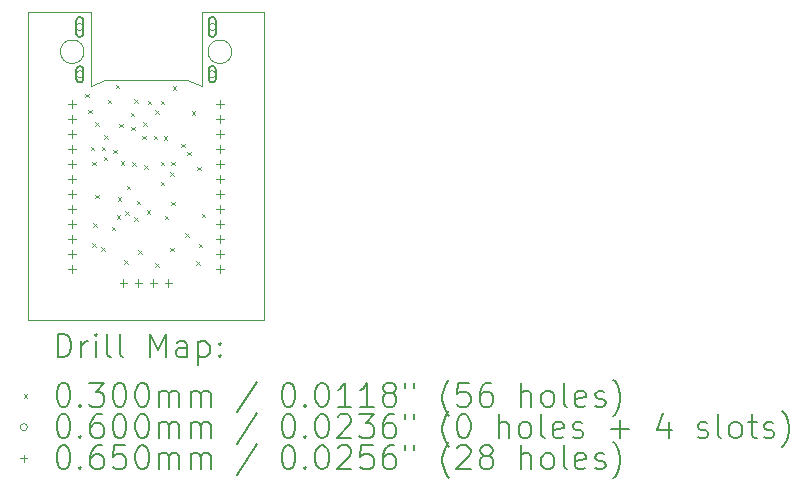
<source format=gbr>
%TF.GenerationSoftware,KiCad,Pcbnew,(6.0.8)*%
%TF.CreationDate,2022-10-31T23:03:38+01:00*%
%TF.ProjectId,epi,6570692e-6b69-4636-9164-5f7063625858,rev?*%
%TF.SameCoordinates,Original*%
%TF.FileFunction,Drillmap*%
%TF.FilePolarity,Positive*%
%FSLAX45Y45*%
G04 Gerber Fmt 4.5, Leading zero omitted, Abs format (unit mm)*
G04 Created by KiCad (PCBNEW (6.0.8)) date 2022-10-31 23:03:38*
%MOMM*%
%LPD*%
G01*
G04 APERTURE LIST*
%ADD10C,0.100000*%
%ADD11C,0.200000*%
%ADD12C,0.030000*%
%ADD13C,0.060000*%
%ADD14C,0.065000*%
G04 APERTURE END LIST*
D10*
X11000000Y-3640000D02*
X11000000Y-4080000D01*
X10625000Y-4080000D02*
G75*
G03*
X10625000Y-3880000I0J100000D01*
G01*
X9000000Y-3640000D02*
X9000000Y-4080000D01*
X9530000Y-4270000D02*
X9650000Y-4220000D01*
X9375000Y-3880000D02*
G75*
G03*
X9375000Y-4080000I0J-100000D01*
G01*
X9650000Y-4220000D02*
X10350000Y-4220000D01*
X10625000Y-3880000D02*
G75*
G03*
X10625000Y-4080000I0J-100000D01*
G01*
X9375000Y-4080000D02*
G75*
G03*
X9375000Y-3880000I0J100000D01*
G01*
X10470000Y-3640000D02*
X11000000Y-3640000D01*
X10470000Y-4270000D02*
X10470000Y-3640000D01*
X11000000Y-6250000D02*
X11000000Y-4080000D01*
X9000000Y-6250000D02*
X11000000Y-6250000D01*
X9000000Y-4080000D02*
X9000000Y-6250000D01*
X9000000Y-3640000D02*
X9530000Y-3640000D01*
X9530000Y-3640000D02*
X9530000Y-4270000D01*
X10350000Y-4220000D02*
X10470000Y-4270000D01*
D11*
D12*
X9485000Y-4335000D02*
X9515000Y-4365000D01*
X9515000Y-4335000D02*
X9485000Y-4365000D01*
X9510000Y-4470000D02*
X9540000Y-4500000D01*
X9540000Y-4470000D02*
X9510000Y-4500000D01*
X9530000Y-4785000D02*
X9560000Y-4815000D01*
X9560000Y-4785000D02*
X9530000Y-4815000D01*
X9545000Y-4910000D02*
X9575000Y-4940000D01*
X9575000Y-4910000D02*
X9545000Y-4940000D01*
X9545000Y-5600000D02*
X9575000Y-5630000D01*
X9575000Y-5600000D02*
X9545000Y-5630000D01*
X9555000Y-5430000D02*
X9585000Y-5460000D01*
X9585000Y-5430000D02*
X9555000Y-5460000D01*
X9570000Y-4575000D02*
X9600000Y-4605000D01*
X9600000Y-4575000D02*
X9570000Y-4605000D01*
X9570000Y-5190000D02*
X9600000Y-5220000D01*
X9600000Y-5190000D02*
X9570000Y-5220000D01*
X9620000Y-5635000D02*
X9650000Y-5665000D01*
X9650000Y-5635000D02*
X9620000Y-5665000D01*
X9625000Y-4785000D02*
X9655000Y-4815000D01*
X9655000Y-4785000D02*
X9625000Y-4815000D01*
X9640000Y-4870000D02*
X9670000Y-4900000D01*
X9670000Y-4870000D02*
X9640000Y-4900000D01*
X9645000Y-4685000D02*
X9675000Y-4715000D01*
X9675000Y-4685000D02*
X9645000Y-4715000D01*
X9675000Y-4385000D02*
X9705000Y-4415000D01*
X9705000Y-4385000D02*
X9675000Y-4415000D01*
X9710000Y-5460000D02*
X9740000Y-5490000D01*
X9740000Y-5460000D02*
X9710000Y-5490000D01*
X9720000Y-4810000D02*
X9750000Y-4840000D01*
X9750000Y-4810000D02*
X9720000Y-4840000D01*
X9745000Y-4260000D02*
X9775000Y-4290000D01*
X9775000Y-4260000D02*
X9745000Y-4290000D01*
X9750000Y-5365000D02*
X9780000Y-5395000D01*
X9780000Y-5365000D02*
X9750000Y-5395000D01*
X9760000Y-5210000D02*
X9790000Y-5240000D01*
X9790000Y-5210000D02*
X9760000Y-5240000D01*
X9775000Y-4590000D02*
X9805000Y-4620000D01*
X9805000Y-4590000D02*
X9775000Y-4620000D01*
X9785000Y-4905000D02*
X9815000Y-4935000D01*
X9815000Y-4905000D02*
X9785000Y-4935000D01*
X9815000Y-5745000D02*
X9845000Y-5775000D01*
X9845000Y-5745000D02*
X9815000Y-5775000D01*
X9825000Y-5330000D02*
X9855000Y-5360000D01*
X9855000Y-5330000D02*
X9825000Y-5360000D01*
X9835000Y-5115000D02*
X9865000Y-5145000D01*
X9865000Y-5115000D02*
X9835000Y-5145000D01*
X9870000Y-4495000D02*
X9900000Y-4525000D01*
X9900000Y-4495000D02*
X9870000Y-4525000D01*
X9875000Y-4615000D02*
X9905000Y-4645000D01*
X9905000Y-4615000D02*
X9875000Y-4645000D01*
X9885000Y-4915000D02*
X9915000Y-4945000D01*
X9915000Y-4915000D02*
X9885000Y-4945000D01*
X9900000Y-4380000D02*
X9930000Y-4410000D01*
X9930000Y-4380000D02*
X9900000Y-4410000D01*
X9900000Y-5380000D02*
X9930000Y-5410000D01*
X9930000Y-5380000D02*
X9900000Y-5410000D01*
X9920000Y-5240000D02*
X9950000Y-5270000D01*
X9950000Y-5240000D02*
X9920000Y-5270000D01*
X9935000Y-5660000D02*
X9965000Y-5690000D01*
X9965000Y-5660000D02*
X9935000Y-5690000D01*
X9970000Y-4690000D02*
X10000000Y-4720000D01*
X10000000Y-4690000D02*
X9970000Y-4720000D01*
X9975000Y-4575000D02*
X10005000Y-4605000D01*
X10005000Y-4575000D02*
X9975000Y-4605000D01*
X9985000Y-4940000D02*
X10015000Y-4970000D01*
X10015000Y-4940000D02*
X9985000Y-4970000D01*
X10005000Y-5320000D02*
X10035000Y-5350000D01*
X10035000Y-5320000D02*
X10005000Y-5350000D01*
X10015000Y-4395000D02*
X10045000Y-4425000D01*
X10045000Y-4395000D02*
X10015000Y-4425000D01*
X10065000Y-4690000D02*
X10095000Y-4720000D01*
X10095000Y-4690000D02*
X10065000Y-4720000D01*
X10080000Y-4475000D02*
X10110000Y-4505000D01*
X10110000Y-4475000D02*
X10080000Y-4505000D01*
X10080000Y-5770000D02*
X10110000Y-5800000D01*
X10110000Y-5770000D02*
X10080000Y-5800000D01*
X10125000Y-4395000D02*
X10155000Y-4425000D01*
X10155000Y-4395000D02*
X10125000Y-4425000D01*
X10125000Y-4910000D02*
X10155000Y-4940000D01*
X10155000Y-4910000D02*
X10125000Y-4940000D01*
X10125000Y-5080000D02*
X10155000Y-5110000D01*
X10155000Y-5080000D02*
X10125000Y-5110000D01*
X10150000Y-4695000D02*
X10180000Y-4725000D01*
X10180000Y-4695000D02*
X10150000Y-4725000D01*
X10160000Y-5370000D02*
X10190000Y-5400000D01*
X10190000Y-5370000D02*
X10160000Y-5400000D01*
X10205000Y-5000000D02*
X10235000Y-5030000D01*
X10235000Y-5000000D02*
X10205000Y-5030000D01*
X10205000Y-5640000D02*
X10235000Y-5670000D01*
X10235000Y-5640000D02*
X10205000Y-5670000D01*
X10212500Y-4912500D02*
X10242500Y-4942500D01*
X10242500Y-4912500D02*
X10212500Y-4942500D01*
X10215000Y-5250000D02*
X10245000Y-5280000D01*
X10245000Y-5250000D02*
X10215000Y-5280000D01*
X10225000Y-4270000D02*
X10255000Y-4300000D01*
X10255000Y-4270000D02*
X10225000Y-4300000D01*
X10300000Y-4760000D02*
X10330000Y-4790000D01*
X10330000Y-4760000D02*
X10300000Y-4790000D01*
X10330000Y-5515000D02*
X10360000Y-5545000D01*
X10360000Y-5515000D02*
X10330000Y-5545000D01*
X10350000Y-4825000D02*
X10380000Y-4855000D01*
X10380000Y-4825000D02*
X10350000Y-4855000D01*
X10385000Y-4485000D02*
X10415000Y-4515000D01*
X10415000Y-4485000D02*
X10385000Y-4515000D01*
X10425000Y-5755000D02*
X10455000Y-5785000D01*
X10455000Y-5755000D02*
X10425000Y-5785000D01*
X10435000Y-4955000D02*
X10465000Y-4985000D01*
X10465000Y-4955000D02*
X10435000Y-4985000D01*
X10445000Y-5605000D02*
X10475000Y-5635000D01*
X10475000Y-5605000D02*
X10445000Y-5635000D01*
X10470000Y-5350000D02*
X10500000Y-5380000D01*
X10500000Y-5350000D02*
X10470000Y-5380000D01*
D13*
X9470000Y-3770500D02*
G75*
G03*
X9470000Y-3770500I-30000J0D01*
G01*
D11*
X9410000Y-3715500D02*
X9410000Y-3825500D01*
X9470000Y-3715500D02*
X9470000Y-3825500D01*
X9410000Y-3825500D02*
G75*
G03*
X9470000Y-3825500I30000J0D01*
G01*
X9470000Y-3715500D02*
G75*
G03*
X9410000Y-3715500I-30000J0D01*
G01*
D13*
X9470000Y-4170500D02*
G75*
G03*
X9470000Y-4170500I-30000J0D01*
G01*
D11*
X9410000Y-4130500D02*
X9410000Y-4210500D01*
X9470000Y-4130500D02*
X9470000Y-4210500D01*
X9410000Y-4210500D02*
G75*
G03*
X9470000Y-4210500I30000J0D01*
G01*
X9470000Y-4130500D02*
G75*
G03*
X9410000Y-4130500I-30000J0D01*
G01*
D13*
X10590000Y-3770500D02*
G75*
G03*
X10590000Y-3770500I-30000J0D01*
G01*
D11*
X10530000Y-3715500D02*
X10530000Y-3825500D01*
X10590000Y-3715500D02*
X10590000Y-3825500D01*
X10530000Y-3825500D02*
G75*
G03*
X10590000Y-3825500I30000J0D01*
G01*
X10590000Y-3715500D02*
G75*
G03*
X10530000Y-3715500I-30000J0D01*
G01*
D13*
X10590000Y-4170500D02*
G75*
G03*
X10590000Y-4170500I-30000J0D01*
G01*
D11*
X10530000Y-4130500D02*
X10530000Y-4210500D01*
X10590000Y-4130500D02*
X10590000Y-4210500D01*
X10530000Y-4210500D02*
G75*
G03*
X10590000Y-4210500I30000J0D01*
G01*
X10590000Y-4130500D02*
G75*
G03*
X10530000Y-4130500I-30000J0D01*
G01*
D14*
X9375000Y-4392500D02*
X9375000Y-4457500D01*
X9342500Y-4425000D02*
X9407500Y-4425000D01*
X9375000Y-4519500D02*
X9375000Y-4584500D01*
X9342500Y-4552000D02*
X9407500Y-4552000D01*
X9375000Y-4646500D02*
X9375000Y-4711500D01*
X9342500Y-4679000D02*
X9407500Y-4679000D01*
X9375000Y-4773500D02*
X9375000Y-4838500D01*
X9342500Y-4806000D02*
X9407500Y-4806000D01*
X9375000Y-4900500D02*
X9375000Y-4965500D01*
X9342500Y-4933000D02*
X9407500Y-4933000D01*
X9375000Y-5027500D02*
X9375000Y-5092500D01*
X9342500Y-5060000D02*
X9407500Y-5060000D01*
X9375000Y-5154500D02*
X9375000Y-5219500D01*
X9342500Y-5187000D02*
X9407500Y-5187000D01*
X9375000Y-5281500D02*
X9375000Y-5346500D01*
X9342500Y-5314000D02*
X9407500Y-5314000D01*
X9375000Y-5408500D02*
X9375000Y-5473500D01*
X9342500Y-5441000D02*
X9407500Y-5441000D01*
X9375000Y-5535500D02*
X9375000Y-5600500D01*
X9342500Y-5568000D02*
X9407500Y-5568000D01*
X9375000Y-5662500D02*
X9375000Y-5727500D01*
X9342500Y-5695000D02*
X9407500Y-5695000D01*
X9375000Y-5789500D02*
X9375000Y-5854500D01*
X9342500Y-5822000D02*
X9407500Y-5822000D01*
X9809000Y-5907500D02*
X9809000Y-5972500D01*
X9776500Y-5940000D02*
X9841500Y-5940000D01*
X9936000Y-5907500D02*
X9936000Y-5972500D01*
X9903500Y-5940000D02*
X9968500Y-5940000D01*
X10063000Y-5907500D02*
X10063000Y-5972500D01*
X10030500Y-5940000D02*
X10095500Y-5940000D01*
X10190000Y-5907500D02*
X10190000Y-5972500D01*
X10157500Y-5940000D02*
X10222500Y-5940000D01*
X10625000Y-4392500D02*
X10625000Y-4457500D01*
X10592500Y-4425000D02*
X10657500Y-4425000D01*
X10625000Y-4519500D02*
X10625000Y-4584500D01*
X10592500Y-4552000D02*
X10657500Y-4552000D01*
X10625000Y-4646500D02*
X10625000Y-4711500D01*
X10592500Y-4679000D02*
X10657500Y-4679000D01*
X10625000Y-4773500D02*
X10625000Y-4838500D01*
X10592500Y-4806000D02*
X10657500Y-4806000D01*
X10625000Y-4900500D02*
X10625000Y-4965500D01*
X10592500Y-4933000D02*
X10657500Y-4933000D01*
X10625000Y-5027500D02*
X10625000Y-5092500D01*
X10592500Y-5060000D02*
X10657500Y-5060000D01*
X10625000Y-5154500D02*
X10625000Y-5219500D01*
X10592500Y-5187000D02*
X10657500Y-5187000D01*
X10625000Y-5281500D02*
X10625000Y-5346500D01*
X10592500Y-5314000D02*
X10657500Y-5314000D01*
X10625000Y-5408500D02*
X10625000Y-5473500D01*
X10592500Y-5441000D02*
X10657500Y-5441000D01*
X10625000Y-5535500D02*
X10625000Y-5600500D01*
X10592500Y-5568000D02*
X10657500Y-5568000D01*
X10625000Y-5662500D02*
X10625000Y-5727500D01*
X10592500Y-5695000D02*
X10657500Y-5695000D01*
X10625000Y-5789500D02*
X10625000Y-5854500D01*
X10592500Y-5822000D02*
X10657500Y-5822000D01*
D11*
X9252619Y-6565476D02*
X9252619Y-6365476D01*
X9300238Y-6365476D01*
X9328810Y-6375000D01*
X9347857Y-6394048D01*
X9357381Y-6413095D01*
X9366905Y-6451190D01*
X9366905Y-6479762D01*
X9357381Y-6517857D01*
X9347857Y-6536905D01*
X9328810Y-6555952D01*
X9300238Y-6565476D01*
X9252619Y-6565476D01*
X9452619Y-6565476D02*
X9452619Y-6432143D01*
X9452619Y-6470238D02*
X9462143Y-6451190D01*
X9471667Y-6441667D01*
X9490714Y-6432143D01*
X9509762Y-6432143D01*
X9576429Y-6565476D02*
X9576429Y-6432143D01*
X9576429Y-6365476D02*
X9566905Y-6375000D01*
X9576429Y-6384524D01*
X9585952Y-6375000D01*
X9576429Y-6365476D01*
X9576429Y-6384524D01*
X9700238Y-6565476D02*
X9681190Y-6555952D01*
X9671667Y-6536905D01*
X9671667Y-6365476D01*
X9805000Y-6565476D02*
X9785952Y-6555952D01*
X9776429Y-6536905D01*
X9776429Y-6365476D01*
X10033571Y-6565476D02*
X10033571Y-6365476D01*
X10100238Y-6508333D01*
X10166905Y-6365476D01*
X10166905Y-6565476D01*
X10347857Y-6565476D02*
X10347857Y-6460714D01*
X10338333Y-6441667D01*
X10319286Y-6432143D01*
X10281190Y-6432143D01*
X10262143Y-6441667D01*
X10347857Y-6555952D02*
X10328810Y-6565476D01*
X10281190Y-6565476D01*
X10262143Y-6555952D01*
X10252619Y-6536905D01*
X10252619Y-6517857D01*
X10262143Y-6498809D01*
X10281190Y-6489286D01*
X10328810Y-6489286D01*
X10347857Y-6479762D01*
X10443095Y-6432143D02*
X10443095Y-6632143D01*
X10443095Y-6441667D02*
X10462143Y-6432143D01*
X10500238Y-6432143D01*
X10519286Y-6441667D01*
X10528810Y-6451190D01*
X10538333Y-6470238D01*
X10538333Y-6527381D01*
X10528810Y-6546428D01*
X10519286Y-6555952D01*
X10500238Y-6565476D01*
X10462143Y-6565476D01*
X10443095Y-6555952D01*
X10624048Y-6546428D02*
X10633571Y-6555952D01*
X10624048Y-6565476D01*
X10614524Y-6555952D01*
X10624048Y-6546428D01*
X10624048Y-6565476D01*
X10624048Y-6441667D02*
X10633571Y-6451190D01*
X10624048Y-6460714D01*
X10614524Y-6451190D01*
X10624048Y-6441667D01*
X10624048Y-6460714D01*
D12*
X8965000Y-6880000D02*
X8995000Y-6910000D01*
X8995000Y-6880000D02*
X8965000Y-6910000D01*
D11*
X9290714Y-6785476D02*
X9309762Y-6785476D01*
X9328810Y-6795000D01*
X9338333Y-6804524D01*
X9347857Y-6823571D01*
X9357381Y-6861667D01*
X9357381Y-6909286D01*
X9347857Y-6947381D01*
X9338333Y-6966428D01*
X9328810Y-6975952D01*
X9309762Y-6985476D01*
X9290714Y-6985476D01*
X9271667Y-6975952D01*
X9262143Y-6966428D01*
X9252619Y-6947381D01*
X9243095Y-6909286D01*
X9243095Y-6861667D01*
X9252619Y-6823571D01*
X9262143Y-6804524D01*
X9271667Y-6795000D01*
X9290714Y-6785476D01*
X9443095Y-6966428D02*
X9452619Y-6975952D01*
X9443095Y-6985476D01*
X9433571Y-6975952D01*
X9443095Y-6966428D01*
X9443095Y-6985476D01*
X9519286Y-6785476D02*
X9643095Y-6785476D01*
X9576429Y-6861667D01*
X9605000Y-6861667D01*
X9624048Y-6871190D01*
X9633571Y-6880714D01*
X9643095Y-6899762D01*
X9643095Y-6947381D01*
X9633571Y-6966428D01*
X9624048Y-6975952D01*
X9605000Y-6985476D01*
X9547857Y-6985476D01*
X9528810Y-6975952D01*
X9519286Y-6966428D01*
X9766905Y-6785476D02*
X9785952Y-6785476D01*
X9805000Y-6795000D01*
X9814524Y-6804524D01*
X9824048Y-6823571D01*
X9833571Y-6861667D01*
X9833571Y-6909286D01*
X9824048Y-6947381D01*
X9814524Y-6966428D01*
X9805000Y-6975952D01*
X9785952Y-6985476D01*
X9766905Y-6985476D01*
X9747857Y-6975952D01*
X9738333Y-6966428D01*
X9728810Y-6947381D01*
X9719286Y-6909286D01*
X9719286Y-6861667D01*
X9728810Y-6823571D01*
X9738333Y-6804524D01*
X9747857Y-6795000D01*
X9766905Y-6785476D01*
X9957381Y-6785476D02*
X9976429Y-6785476D01*
X9995476Y-6795000D01*
X10005000Y-6804524D01*
X10014524Y-6823571D01*
X10024048Y-6861667D01*
X10024048Y-6909286D01*
X10014524Y-6947381D01*
X10005000Y-6966428D01*
X9995476Y-6975952D01*
X9976429Y-6985476D01*
X9957381Y-6985476D01*
X9938333Y-6975952D01*
X9928810Y-6966428D01*
X9919286Y-6947381D01*
X9909762Y-6909286D01*
X9909762Y-6861667D01*
X9919286Y-6823571D01*
X9928810Y-6804524D01*
X9938333Y-6795000D01*
X9957381Y-6785476D01*
X10109762Y-6985476D02*
X10109762Y-6852143D01*
X10109762Y-6871190D02*
X10119286Y-6861667D01*
X10138333Y-6852143D01*
X10166905Y-6852143D01*
X10185952Y-6861667D01*
X10195476Y-6880714D01*
X10195476Y-6985476D01*
X10195476Y-6880714D02*
X10205000Y-6861667D01*
X10224048Y-6852143D01*
X10252619Y-6852143D01*
X10271667Y-6861667D01*
X10281190Y-6880714D01*
X10281190Y-6985476D01*
X10376429Y-6985476D02*
X10376429Y-6852143D01*
X10376429Y-6871190D02*
X10385952Y-6861667D01*
X10405000Y-6852143D01*
X10433571Y-6852143D01*
X10452619Y-6861667D01*
X10462143Y-6880714D01*
X10462143Y-6985476D01*
X10462143Y-6880714D02*
X10471667Y-6861667D01*
X10490714Y-6852143D01*
X10519286Y-6852143D01*
X10538333Y-6861667D01*
X10547857Y-6880714D01*
X10547857Y-6985476D01*
X10938333Y-6775952D02*
X10766905Y-7033095D01*
X11195476Y-6785476D02*
X11214524Y-6785476D01*
X11233571Y-6795000D01*
X11243095Y-6804524D01*
X11252619Y-6823571D01*
X11262143Y-6861667D01*
X11262143Y-6909286D01*
X11252619Y-6947381D01*
X11243095Y-6966428D01*
X11233571Y-6975952D01*
X11214524Y-6985476D01*
X11195476Y-6985476D01*
X11176429Y-6975952D01*
X11166905Y-6966428D01*
X11157381Y-6947381D01*
X11147857Y-6909286D01*
X11147857Y-6861667D01*
X11157381Y-6823571D01*
X11166905Y-6804524D01*
X11176429Y-6795000D01*
X11195476Y-6785476D01*
X11347857Y-6966428D02*
X11357381Y-6975952D01*
X11347857Y-6985476D01*
X11338333Y-6975952D01*
X11347857Y-6966428D01*
X11347857Y-6985476D01*
X11481190Y-6785476D02*
X11500238Y-6785476D01*
X11519286Y-6795000D01*
X11528809Y-6804524D01*
X11538333Y-6823571D01*
X11547857Y-6861667D01*
X11547857Y-6909286D01*
X11538333Y-6947381D01*
X11528809Y-6966428D01*
X11519286Y-6975952D01*
X11500238Y-6985476D01*
X11481190Y-6985476D01*
X11462143Y-6975952D01*
X11452619Y-6966428D01*
X11443095Y-6947381D01*
X11433571Y-6909286D01*
X11433571Y-6861667D01*
X11443095Y-6823571D01*
X11452619Y-6804524D01*
X11462143Y-6795000D01*
X11481190Y-6785476D01*
X11738333Y-6985476D02*
X11624048Y-6985476D01*
X11681190Y-6985476D02*
X11681190Y-6785476D01*
X11662143Y-6814048D01*
X11643095Y-6833095D01*
X11624048Y-6842619D01*
X11928809Y-6985476D02*
X11814524Y-6985476D01*
X11871667Y-6985476D02*
X11871667Y-6785476D01*
X11852619Y-6814048D01*
X11833571Y-6833095D01*
X11814524Y-6842619D01*
X12043095Y-6871190D02*
X12024048Y-6861667D01*
X12014524Y-6852143D01*
X12005000Y-6833095D01*
X12005000Y-6823571D01*
X12014524Y-6804524D01*
X12024048Y-6795000D01*
X12043095Y-6785476D01*
X12081190Y-6785476D01*
X12100238Y-6795000D01*
X12109762Y-6804524D01*
X12119286Y-6823571D01*
X12119286Y-6833095D01*
X12109762Y-6852143D01*
X12100238Y-6861667D01*
X12081190Y-6871190D01*
X12043095Y-6871190D01*
X12024048Y-6880714D01*
X12014524Y-6890238D01*
X12005000Y-6909286D01*
X12005000Y-6947381D01*
X12014524Y-6966428D01*
X12024048Y-6975952D01*
X12043095Y-6985476D01*
X12081190Y-6985476D01*
X12100238Y-6975952D01*
X12109762Y-6966428D01*
X12119286Y-6947381D01*
X12119286Y-6909286D01*
X12109762Y-6890238D01*
X12100238Y-6880714D01*
X12081190Y-6871190D01*
X12195476Y-6785476D02*
X12195476Y-6823571D01*
X12271667Y-6785476D02*
X12271667Y-6823571D01*
X12566905Y-7061667D02*
X12557381Y-7052143D01*
X12538333Y-7023571D01*
X12528809Y-7004524D01*
X12519286Y-6975952D01*
X12509762Y-6928333D01*
X12509762Y-6890238D01*
X12519286Y-6842619D01*
X12528809Y-6814048D01*
X12538333Y-6795000D01*
X12557381Y-6766428D01*
X12566905Y-6756905D01*
X12738333Y-6785476D02*
X12643095Y-6785476D01*
X12633571Y-6880714D01*
X12643095Y-6871190D01*
X12662143Y-6861667D01*
X12709762Y-6861667D01*
X12728809Y-6871190D01*
X12738333Y-6880714D01*
X12747857Y-6899762D01*
X12747857Y-6947381D01*
X12738333Y-6966428D01*
X12728809Y-6975952D01*
X12709762Y-6985476D01*
X12662143Y-6985476D01*
X12643095Y-6975952D01*
X12633571Y-6966428D01*
X12919286Y-6785476D02*
X12881190Y-6785476D01*
X12862143Y-6795000D01*
X12852619Y-6804524D01*
X12833571Y-6833095D01*
X12824048Y-6871190D01*
X12824048Y-6947381D01*
X12833571Y-6966428D01*
X12843095Y-6975952D01*
X12862143Y-6985476D01*
X12900238Y-6985476D01*
X12919286Y-6975952D01*
X12928809Y-6966428D01*
X12938333Y-6947381D01*
X12938333Y-6899762D01*
X12928809Y-6880714D01*
X12919286Y-6871190D01*
X12900238Y-6861667D01*
X12862143Y-6861667D01*
X12843095Y-6871190D01*
X12833571Y-6880714D01*
X12824048Y-6899762D01*
X13176428Y-6985476D02*
X13176428Y-6785476D01*
X13262143Y-6985476D02*
X13262143Y-6880714D01*
X13252619Y-6861667D01*
X13233571Y-6852143D01*
X13205000Y-6852143D01*
X13185952Y-6861667D01*
X13176428Y-6871190D01*
X13385952Y-6985476D02*
X13366905Y-6975952D01*
X13357381Y-6966428D01*
X13347857Y-6947381D01*
X13347857Y-6890238D01*
X13357381Y-6871190D01*
X13366905Y-6861667D01*
X13385952Y-6852143D01*
X13414524Y-6852143D01*
X13433571Y-6861667D01*
X13443095Y-6871190D01*
X13452619Y-6890238D01*
X13452619Y-6947381D01*
X13443095Y-6966428D01*
X13433571Y-6975952D01*
X13414524Y-6985476D01*
X13385952Y-6985476D01*
X13566905Y-6985476D02*
X13547857Y-6975952D01*
X13538333Y-6956905D01*
X13538333Y-6785476D01*
X13719286Y-6975952D02*
X13700238Y-6985476D01*
X13662143Y-6985476D01*
X13643095Y-6975952D01*
X13633571Y-6956905D01*
X13633571Y-6880714D01*
X13643095Y-6861667D01*
X13662143Y-6852143D01*
X13700238Y-6852143D01*
X13719286Y-6861667D01*
X13728809Y-6880714D01*
X13728809Y-6899762D01*
X13633571Y-6918809D01*
X13805000Y-6975952D02*
X13824048Y-6985476D01*
X13862143Y-6985476D01*
X13881190Y-6975952D01*
X13890714Y-6956905D01*
X13890714Y-6947381D01*
X13881190Y-6928333D01*
X13862143Y-6918809D01*
X13833571Y-6918809D01*
X13814524Y-6909286D01*
X13805000Y-6890238D01*
X13805000Y-6880714D01*
X13814524Y-6861667D01*
X13833571Y-6852143D01*
X13862143Y-6852143D01*
X13881190Y-6861667D01*
X13957381Y-7061667D02*
X13966905Y-7052143D01*
X13985952Y-7023571D01*
X13995476Y-7004524D01*
X14005000Y-6975952D01*
X14014524Y-6928333D01*
X14014524Y-6890238D01*
X14005000Y-6842619D01*
X13995476Y-6814048D01*
X13985952Y-6795000D01*
X13966905Y-6766428D01*
X13957381Y-6756905D01*
D13*
X8995000Y-7159000D02*
G75*
G03*
X8995000Y-7159000I-30000J0D01*
G01*
D11*
X9290714Y-7049476D02*
X9309762Y-7049476D01*
X9328810Y-7059000D01*
X9338333Y-7068524D01*
X9347857Y-7087571D01*
X9357381Y-7125667D01*
X9357381Y-7173286D01*
X9347857Y-7211381D01*
X9338333Y-7230428D01*
X9328810Y-7239952D01*
X9309762Y-7249476D01*
X9290714Y-7249476D01*
X9271667Y-7239952D01*
X9262143Y-7230428D01*
X9252619Y-7211381D01*
X9243095Y-7173286D01*
X9243095Y-7125667D01*
X9252619Y-7087571D01*
X9262143Y-7068524D01*
X9271667Y-7059000D01*
X9290714Y-7049476D01*
X9443095Y-7230428D02*
X9452619Y-7239952D01*
X9443095Y-7249476D01*
X9433571Y-7239952D01*
X9443095Y-7230428D01*
X9443095Y-7249476D01*
X9624048Y-7049476D02*
X9585952Y-7049476D01*
X9566905Y-7059000D01*
X9557381Y-7068524D01*
X9538333Y-7097095D01*
X9528810Y-7135190D01*
X9528810Y-7211381D01*
X9538333Y-7230428D01*
X9547857Y-7239952D01*
X9566905Y-7249476D01*
X9605000Y-7249476D01*
X9624048Y-7239952D01*
X9633571Y-7230428D01*
X9643095Y-7211381D01*
X9643095Y-7163762D01*
X9633571Y-7144714D01*
X9624048Y-7135190D01*
X9605000Y-7125667D01*
X9566905Y-7125667D01*
X9547857Y-7135190D01*
X9538333Y-7144714D01*
X9528810Y-7163762D01*
X9766905Y-7049476D02*
X9785952Y-7049476D01*
X9805000Y-7059000D01*
X9814524Y-7068524D01*
X9824048Y-7087571D01*
X9833571Y-7125667D01*
X9833571Y-7173286D01*
X9824048Y-7211381D01*
X9814524Y-7230428D01*
X9805000Y-7239952D01*
X9785952Y-7249476D01*
X9766905Y-7249476D01*
X9747857Y-7239952D01*
X9738333Y-7230428D01*
X9728810Y-7211381D01*
X9719286Y-7173286D01*
X9719286Y-7125667D01*
X9728810Y-7087571D01*
X9738333Y-7068524D01*
X9747857Y-7059000D01*
X9766905Y-7049476D01*
X9957381Y-7049476D02*
X9976429Y-7049476D01*
X9995476Y-7059000D01*
X10005000Y-7068524D01*
X10014524Y-7087571D01*
X10024048Y-7125667D01*
X10024048Y-7173286D01*
X10014524Y-7211381D01*
X10005000Y-7230428D01*
X9995476Y-7239952D01*
X9976429Y-7249476D01*
X9957381Y-7249476D01*
X9938333Y-7239952D01*
X9928810Y-7230428D01*
X9919286Y-7211381D01*
X9909762Y-7173286D01*
X9909762Y-7125667D01*
X9919286Y-7087571D01*
X9928810Y-7068524D01*
X9938333Y-7059000D01*
X9957381Y-7049476D01*
X10109762Y-7249476D02*
X10109762Y-7116143D01*
X10109762Y-7135190D02*
X10119286Y-7125667D01*
X10138333Y-7116143D01*
X10166905Y-7116143D01*
X10185952Y-7125667D01*
X10195476Y-7144714D01*
X10195476Y-7249476D01*
X10195476Y-7144714D02*
X10205000Y-7125667D01*
X10224048Y-7116143D01*
X10252619Y-7116143D01*
X10271667Y-7125667D01*
X10281190Y-7144714D01*
X10281190Y-7249476D01*
X10376429Y-7249476D02*
X10376429Y-7116143D01*
X10376429Y-7135190D02*
X10385952Y-7125667D01*
X10405000Y-7116143D01*
X10433571Y-7116143D01*
X10452619Y-7125667D01*
X10462143Y-7144714D01*
X10462143Y-7249476D01*
X10462143Y-7144714D02*
X10471667Y-7125667D01*
X10490714Y-7116143D01*
X10519286Y-7116143D01*
X10538333Y-7125667D01*
X10547857Y-7144714D01*
X10547857Y-7249476D01*
X10938333Y-7039952D02*
X10766905Y-7297095D01*
X11195476Y-7049476D02*
X11214524Y-7049476D01*
X11233571Y-7059000D01*
X11243095Y-7068524D01*
X11252619Y-7087571D01*
X11262143Y-7125667D01*
X11262143Y-7173286D01*
X11252619Y-7211381D01*
X11243095Y-7230428D01*
X11233571Y-7239952D01*
X11214524Y-7249476D01*
X11195476Y-7249476D01*
X11176429Y-7239952D01*
X11166905Y-7230428D01*
X11157381Y-7211381D01*
X11147857Y-7173286D01*
X11147857Y-7125667D01*
X11157381Y-7087571D01*
X11166905Y-7068524D01*
X11176429Y-7059000D01*
X11195476Y-7049476D01*
X11347857Y-7230428D02*
X11357381Y-7239952D01*
X11347857Y-7249476D01*
X11338333Y-7239952D01*
X11347857Y-7230428D01*
X11347857Y-7249476D01*
X11481190Y-7049476D02*
X11500238Y-7049476D01*
X11519286Y-7059000D01*
X11528809Y-7068524D01*
X11538333Y-7087571D01*
X11547857Y-7125667D01*
X11547857Y-7173286D01*
X11538333Y-7211381D01*
X11528809Y-7230428D01*
X11519286Y-7239952D01*
X11500238Y-7249476D01*
X11481190Y-7249476D01*
X11462143Y-7239952D01*
X11452619Y-7230428D01*
X11443095Y-7211381D01*
X11433571Y-7173286D01*
X11433571Y-7125667D01*
X11443095Y-7087571D01*
X11452619Y-7068524D01*
X11462143Y-7059000D01*
X11481190Y-7049476D01*
X11624048Y-7068524D02*
X11633571Y-7059000D01*
X11652619Y-7049476D01*
X11700238Y-7049476D01*
X11719286Y-7059000D01*
X11728809Y-7068524D01*
X11738333Y-7087571D01*
X11738333Y-7106619D01*
X11728809Y-7135190D01*
X11614524Y-7249476D01*
X11738333Y-7249476D01*
X11805000Y-7049476D02*
X11928809Y-7049476D01*
X11862143Y-7125667D01*
X11890714Y-7125667D01*
X11909762Y-7135190D01*
X11919286Y-7144714D01*
X11928809Y-7163762D01*
X11928809Y-7211381D01*
X11919286Y-7230428D01*
X11909762Y-7239952D01*
X11890714Y-7249476D01*
X11833571Y-7249476D01*
X11814524Y-7239952D01*
X11805000Y-7230428D01*
X12100238Y-7049476D02*
X12062143Y-7049476D01*
X12043095Y-7059000D01*
X12033571Y-7068524D01*
X12014524Y-7097095D01*
X12005000Y-7135190D01*
X12005000Y-7211381D01*
X12014524Y-7230428D01*
X12024048Y-7239952D01*
X12043095Y-7249476D01*
X12081190Y-7249476D01*
X12100238Y-7239952D01*
X12109762Y-7230428D01*
X12119286Y-7211381D01*
X12119286Y-7163762D01*
X12109762Y-7144714D01*
X12100238Y-7135190D01*
X12081190Y-7125667D01*
X12043095Y-7125667D01*
X12024048Y-7135190D01*
X12014524Y-7144714D01*
X12005000Y-7163762D01*
X12195476Y-7049476D02*
X12195476Y-7087571D01*
X12271667Y-7049476D02*
X12271667Y-7087571D01*
X12566905Y-7325667D02*
X12557381Y-7316143D01*
X12538333Y-7287571D01*
X12528809Y-7268524D01*
X12519286Y-7239952D01*
X12509762Y-7192333D01*
X12509762Y-7154238D01*
X12519286Y-7106619D01*
X12528809Y-7078048D01*
X12538333Y-7059000D01*
X12557381Y-7030428D01*
X12566905Y-7020905D01*
X12681190Y-7049476D02*
X12700238Y-7049476D01*
X12719286Y-7059000D01*
X12728809Y-7068524D01*
X12738333Y-7087571D01*
X12747857Y-7125667D01*
X12747857Y-7173286D01*
X12738333Y-7211381D01*
X12728809Y-7230428D01*
X12719286Y-7239952D01*
X12700238Y-7249476D01*
X12681190Y-7249476D01*
X12662143Y-7239952D01*
X12652619Y-7230428D01*
X12643095Y-7211381D01*
X12633571Y-7173286D01*
X12633571Y-7125667D01*
X12643095Y-7087571D01*
X12652619Y-7068524D01*
X12662143Y-7059000D01*
X12681190Y-7049476D01*
X12985952Y-7249476D02*
X12985952Y-7049476D01*
X13071667Y-7249476D02*
X13071667Y-7144714D01*
X13062143Y-7125667D01*
X13043095Y-7116143D01*
X13014524Y-7116143D01*
X12995476Y-7125667D01*
X12985952Y-7135190D01*
X13195476Y-7249476D02*
X13176428Y-7239952D01*
X13166905Y-7230428D01*
X13157381Y-7211381D01*
X13157381Y-7154238D01*
X13166905Y-7135190D01*
X13176428Y-7125667D01*
X13195476Y-7116143D01*
X13224048Y-7116143D01*
X13243095Y-7125667D01*
X13252619Y-7135190D01*
X13262143Y-7154238D01*
X13262143Y-7211381D01*
X13252619Y-7230428D01*
X13243095Y-7239952D01*
X13224048Y-7249476D01*
X13195476Y-7249476D01*
X13376428Y-7249476D02*
X13357381Y-7239952D01*
X13347857Y-7220905D01*
X13347857Y-7049476D01*
X13528809Y-7239952D02*
X13509762Y-7249476D01*
X13471667Y-7249476D01*
X13452619Y-7239952D01*
X13443095Y-7220905D01*
X13443095Y-7144714D01*
X13452619Y-7125667D01*
X13471667Y-7116143D01*
X13509762Y-7116143D01*
X13528809Y-7125667D01*
X13538333Y-7144714D01*
X13538333Y-7163762D01*
X13443095Y-7182809D01*
X13614524Y-7239952D02*
X13633571Y-7249476D01*
X13671667Y-7249476D01*
X13690714Y-7239952D01*
X13700238Y-7220905D01*
X13700238Y-7211381D01*
X13690714Y-7192333D01*
X13671667Y-7182809D01*
X13643095Y-7182809D01*
X13624048Y-7173286D01*
X13614524Y-7154238D01*
X13614524Y-7144714D01*
X13624048Y-7125667D01*
X13643095Y-7116143D01*
X13671667Y-7116143D01*
X13690714Y-7125667D01*
X13938333Y-7173286D02*
X14090714Y-7173286D01*
X14014524Y-7249476D02*
X14014524Y-7097095D01*
X14424048Y-7116143D02*
X14424048Y-7249476D01*
X14376428Y-7039952D02*
X14328809Y-7182809D01*
X14452619Y-7182809D01*
X14671667Y-7239952D02*
X14690714Y-7249476D01*
X14728809Y-7249476D01*
X14747857Y-7239952D01*
X14757381Y-7220905D01*
X14757381Y-7211381D01*
X14747857Y-7192333D01*
X14728809Y-7182809D01*
X14700238Y-7182809D01*
X14681190Y-7173286D01*
X14671667Y-7154238D01*
X14671667Y-7144714D01*
X14681190Y-7125667D01*
X14700238Y-7116143D01*
X14728809Y-7116143D01*
X14747857Y-7125667D01*
X14871667Y-7249476D02*
X14852619Y-7239952D01*
X14843095Y-7220905D01*
X14843095Y-7049476D01*
X14976428Y-7249476D02*
X14957381Y-7239952D01*
X14947857Y-7230428D01*
X14938333Y-7211381D01*
X14938333Y-7154238D01*
X14947857Y-7135190D01*
X14957381Y-7125667D01*
X14976428Y-7116143D01*
X15005000Y-7116143D01*
X15024048Y-7125667D01*
X15033571Y-7135190D01*
X15043095Y-7154238D01*
X15043095Y-7211381D01*
X15033571Y-7230428D01*
X15024048Y-7239952D01*
X15005000Y-7249476D01*
X14976428Y-7249476D01*
X15100238Y-7116143D02*
X15176428Y-7116143D01*
X15128809Y-7049476D02*
X15128809Y-7220905D01*
X15138333Y-7239952D01*
X15157381Y-7249476D01*
X15176428Y-7249476D01*
X15233571Y-7239952D02*
X15252619Y-7249476D01*
X15290714Y-7249476D01*
X15309762Y-7239952D01*
X15319286Y-7220905D01*
X15319286Y-7211381D01*
X15309762Y-7192333D01*
X15290714Y-7182809D01*
X15262143Y-7182809D01*
X15243095Y-7173286D01*
X15233571Y-7154238D01*
X15233571Y-7144714D01*
X15243095Y-7125667D01*
X15262143Y-7116143D01*
X15290714Y-7116143D01*
X15309762Y-7125667D01*
X15385952Y-7325667D02*
X15395476Y-7316143D01*
X15414524Y-7287571D01*
X15424048Y-7268524D01*
X15433571Y-7239952D01*
X15443095Y-7192333D01*
X15443095Y-7154238D01*
X15433571Y-7106619D01*
X15424048Y-7078048D01*
X15414524Y-7059000D01*
X15395476Y-7030428D01*
X15385952Y-7020905D01*
D14*
X8962500Y-7390500D02*
X8962500Y-7455500D01*
X8930000Y-7423000D02*
X8995000Y-7423000D01*
D11*
X9290714Y-7313476D02*
X9309762Y-7313476D01*
X9328810Y-7323000D01*
X9338333Y-7332524D01*
X9347857Y-7351571D01*
X9357381Y-7389667D01*
X9357381Y-7437286D01*
X9347857Y-7475381D01*
X9338333Y-7494428D01*
X9328810Y-7503952D01*
X9309762Y-7513476D01*
X9290714Y-7513476D01*
X9271667Y-7503952D01*
X9262143Y-7494428D01*
X9252619Y-7475381D01*
X9243095Y-7437286D01*
X9243095Y-7389667D01*
X9252619Y-7351571D01*
X9262143Y-7332524D01*
X9271667Y-7323000D01*
X9290714Y-7313476D01*
X9443095Y-7494428D02*
X9452619Y-7503952D01*
X9443095Y-7513476D01*
X9433571Y-7503952D01*
X9443095Y-7494428D01*
X9443095Y-7513476D01*
X9624048Y-7313476D02*
X9585952Y-7313476D01*
X9566905Y-7323000D01*
X9557381Y-7332524D01*
X9538333Y-7361095D01*
X9528810Y-7399190D01*
X9528810Y-7475381D01*
X9538333Y-7494428D01*
X9547857Y-7503952D01*
X9566905Y-7513476D01*
X9605000Y-7513476D01*
X9624048Y-7503952D01*
X9633571Y-7494428D01*
X9643095Y-7475381D01*
X9643095Y-7427762D01*
X9633571Y-7408714D01*
X9624048Y-7399190D01*
X9605000Y-7389667D01*
X9566905Y-7389667D01*
X9547857Y-7399190D01*
X9538333Y-7408714D01*
X9528810Y-7427762D01*
X9824048Y-7313476D02*
X9728810Y-7313476D01*
X9719286Y-7408714D01*
X9728810Y-7399190D01*
X9747857Y-7389667D01*
X9795476Y-7389667D01*
X9814524Y-7399190D01*
X9824048Y-7408714D01*
X9833571Y-7427762D01*
X9833571Y-7475381D01*
X9824048Y-7494428D01*
X9814524Y-7503952D01*
X9795476Y-7513476D01*
X9747857Y-7513476D01*
X9728810Y-7503952D01*
X9719286Y-7494428D01*
X9957381Y-7313476D02*
X9976429Y-7313476D01*
X9995476Y-7323000D01*
X10005000Y-7332524D01*
X10014524Y-7351571D01*
X10024048Y-7389667D01*
X10024048Y-7437286D01*
X10014524Y-7475381D01*
X10005000Y-7494428D01*
X9995476Y-7503952D01*
X9976429Y-7513476D01*
X9957381Y-7513476D01*
X9938333Y-7503952D01*
X9928810Y-7494428D01*
X9919286Y-7475381D01*
X9909762Y-7437286D01*
X9909762Y-7389667D01*
X9919286Y-7351571D01*
X9928810Y-7332524D01*
X9938333Y-7323000D01*
X9957381Y-7313476D01*
X10109762Y-7513476D02*
X10109762Y-7380143D01*
X10109762Y-7399190D02*
X10119286Y-7389667D01*
X10138333Y-7380143D01*
X10166905Y-7380143D01*
X10185952Y-7389667D01*
X10195476Y-7408714D01*
X10195476Y-7513476D01*
X10195476Y-7408714D02*
X10205000Y-7389667D01*
X10224048Y-7380143D01*
X10252619Y-7380143D01*
X10271667Y-7389667D01*
X10281190Y-7408714D01*
X10281190Y-7513476D01*
X10376429Y-7513476D02*
X10376429Y-7380143D01*
X10376429Y-7399190D02*
X10385952Y-7389667D01*
X10405000Y-7380143D01*
X10433571Y-7380143D01*
X10452619Y-7389667D01*
X10462143Y-7408714D01*
X10462143Y-7513476D01*
X10462143Y-7408714D02*
X10471667Y-7389667D01*
X10490714Y-7380143D01*
X10519286Y-7380143D01*
X10538333Y-7389667D01*
X10547857Y-7408714D01*
X10547857Y-7513476D01*
X10938333Y-7303952D02*
X10766905Y-7561095D01*
X11195476Y-7313476D02*
X11214524Y-7313476D01*
X11233571Y-7323000D01*
X11243095Y-7332524D01*
X11252619Y-7351571D01*
X11262143Y-7389667D01*
X11262143Y-7437286D01*
X11252619Y-7475381D01*
X11243095Y-7494428D01*
X11233571Y-7503952D01*
X11214524Y-7513476D01*
X11195476Y-7513476D01*
X11176429Y-7503952D01*
X11166905Y-7494428D01*
X11157381Y-7475381D01*
X11147857Y-7437286D01*
X11147857Y-7389667D01*
X11157381Y-7351571D01*
X11166905Y-7332524D01*
X11176429Y-7323000D01*
X11195476Y-7313476D01*
X11347857Y-7494428D02*
X11357381Y-7503952D01*
X11347857Y-7513476D01*
X11338333Y-7503952D01*
X11347857Y-7494428D01*
X11347857Y-7513476D01*
X11481190Y-7313476D02*
X11500238Y-7313476D01*
X11519286Y-7323000D01*
X11528809Y-7332524D01*
X11538333Y-7351571D01*
X11547857Y-7389667D01*
X11547857Y-7437286D01*
X11538333Y-7475381D01*
X11528809Y-7494428D01*
X11519286Y-7503952D01*
X11500238Y-7513476D01*
X11481190Y-7513476D01*
X11462143Y-7503952D01*
X11452619Y-7494428D01*
X11443095Y-7475381D01*
X11433571Y-7437286D01*
X11433571Y-7389667D01*
X11443095Y-7351571D01*
X11452619Y-7332524D01*
X11462143Y-7323000D01*
X11481190Y-7313476D01*
X11624048Y-7332524D02*
X11633571Y-7323000D01*
X11652619Y-7313476D01*
X11700238Y-7313476D01*
X11719286Y-7323000D01*
X11728809Y-7332524D01*
X11738333Y-7351571D01*
X11738333Y-7370619D01*
X11728809Y-7399190D01*
X11614524Y-7513476D01*
X11738333Y-7513476D01*
X11919286Y-7313476D02*
X11824048Y-7313476D01*
X11814524Y-7408714D01*
X11824048Y-7399190D01*
X11843095Y-7389667D01*
X11890714Y-7389667D01*
X11909762Y-7399190D01*
X11919286Y-7408714D01*
X11928809Y-7427762D01*
X11928809Y-7475381D01*
X11919286Y-7494428D01*
X11909762Y-7503952D01*
X11890714Y-7513476D01*
X11843095Y-7513476D01*
X11824048Y-7503952D01*
X11814524Y-7494428D01*
X12100238Y-7313476D02*
X12062143Y-7313476D01*
X12043095Y-7323000D01*
X12033571Y-7332524D01*
X12014524Y-7361095D01*
X12005000Y-7399190D01*
X12005000Y-7475381D01*
X12014524Y-7494428D01*
X12024048Y-7503952D01*
X12043095Y-7513476D01*
X12081190Y-7513476D01*
X12100238Y-7503952D01*
X12109762Y-7494428D01*
X12119286Y-7475381D01*
X12119286Y-7427762D01*
X12109762Y-7408714D01*
X12100238Y-7399190D01*
X12081190Y-7389667D01*
X12043095Y-7389667D01*
X12024048Y-7399190D01*
X12014524Y-7408714D01*
X12005000Y-7427762D01*
X12195476Y-7313476D02*
X12195476Y-7351571D01*
X12271667Y-7313476D02*
X12271667Y-7351571D01*
X12566905Y-7589667D02*
X12557381Y-7580143D01*
X12538333Y-7551571D01*
X12528809Y-7532524D01*
X12519286Y-7503952D01*
X12509762Y-7456333D01*
X12509762Y-7418238D01*
X12519286Y-7370619D01*
X12528809Y-7342048D01*
X12538333Y-7323000D01*
X12557381Y-7294428D01*
X12566905Y-7284905D01*
X12633571Y-7332524D02*
X12643095Y-7323000D01*
X12662143Y-7313476D01*
X12709762Y-7313476D01*
X12728809Y-7323000D01*
X12738333Y-7332524D01*
X12747857Y-7351571D01*
X12747857Y-7370619D01*
X12738333Y-7399190D01*
X12624048Y-7513476D01*
X12747857Y-7513476D01*
X12862143Y-7399190D02*
X12843095Y-7389667D01*
X12833571Y-7380143D01*
X12824048Y-7361095D01*
X12824048Y-7351571D01*
X12833571Y-7332524D01*
X12843095Y-7323000D01*
X12862143Y-7313476D01*
X12900238Y-7313476D01*
X12919286Y-7323000D01*
X12928809Y-7332524D01*
X12938333Y-7351571D01*
X12938333Y-7361095D01*
X12928809Y-7380143D01*
X12919286Y-7389667D01*
X12900238Y-7399190D01*
X12862143Y-7399190D01*
X12843095Y-7408714D01*
X12833571Y-7418238D01*
X12824048Y-7437286D01*
X12824048Y-7475381D01*
X12833571Y-7494428D01*
X12843095Y-7503952D01*
X12862143Y-7513476D01*
X12900238Y-7513476D01*
X12919286Y-7503952D01*
X12928809Y-7494428D01*
X12938333Y-7475381D01*
X12938333Y-7437286D01*
X12928809Y-7418238D01*
X12919286Y-7408714D01*
X12900238Y-7399190D01*
X13176428Y-7513476D02*
X13176428Y-7313476D01*
X13262143Y-7513476D02*
X13262143Y-7408714D01*
X13252619Y-7389667D01*
X13233571Y-7380143D01*
X13205000Y-7380143D01*
X13185952Y-7389667D01*
X13176428Y-7399190D01*
X13385952Y-7513476D02*
X13366905Y-7503952D01*
X13357381Y-7494428D01*
X13347857Y-7475381D01*
X13347857Y-7418238D01*
X13357381Y-7399190D01*
X13366905Y-7389667D01*
X13385952Y-7380143D01*
X13414524Y-7380143D01*
X13433571Y-7389667D01*
X13443095Y-7399190D01*
X13452619Y-7418238D01*
X13452619Y-7475381D01*
X13443095Y-7494428D01*
X13433571Y-7503952D01*
X13414524Y-7513476D01*
X13385952Y-7513476D01*
X13566905Y-7513476D02*
X13547857Y-7503952D01*
X13538333Y-7484905D01*
X13538333Y-7313476D01*
X13719286Y-7503952D02*
X13700238Y-7513476D01*
X13662143Y-7513476D01*
X13643095Y-7503952D01*
X13633571Y-7484905D01*
X13633571Y-7408714D01*
X13643095Y-7389667D01*
X13662143Y-7380143D01*
X13700238Y-7380143D01*
X13719286Y-7389667D01*
X13728809Y-7408714D01*
X13728809Y-7427762D01*
X13633571Y-7446809D01*
X13805000Y-7503952D02*
X13824048Y-7513476D01*
X13862143Y-7513476D01*
X13881190Y-7503952D01*
X13890714Y-7484905D01*
X13890714Y-7475381D01*
X13881190Y-7456333D01*
X13862143Y-7446809D01*
X13833571Y-7446809D01*
X13814524Y-7437286D01*
X13805000Y-7418238D01*
X13805000Y-7408714D01*
X13814524Y-7389667D01*
X13833571Y-7380143D01*
X13862143Y-7380143D01*
X13881190Y-7389667D01*
X13957381Y-7589667D02*
X13966905Y-7580143D01*
X13985952Y-7551571D01*
X13995476Y-7532524D01*
X14005000Y-7503952D01*
X14014524Y-7456333D01*
X14014524Y-7418238D01*
X14005000Y-7370619D01*
X13995476Y-7342048D01*
X13985952Y-7323000D01*
X13966905Y-7294428D01*
X13957381Y-7284905D01*
M02*

</source>
